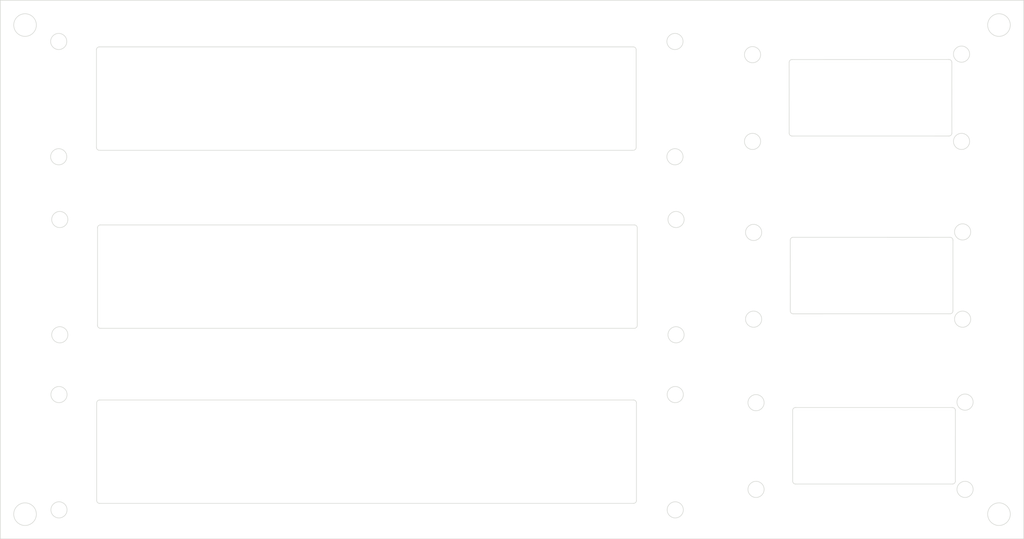
<source format=kicad_pcb>
(kicad_pcb (version 20221018) (generator pcbnew)

  (general
    (thickness 1.6)
  )

  (paper "A4")
  (layers
    (0 "F.Cu" signal)
    (31 "B.Cu" signal)
    (32 "B.Adhes" user "B.Adhesive")
    (33 "F.Adhes" user "F.Adhesive")
    (34 "B.Paste" user)
    (35 "F.Paste" user)
    (36 "B.SilkS" user "B.Silkscreen")
    (37 "F.SilkS" user "F.Silkscreen")
    (38 "B.Mask" user)
    (39 "F.Mask" user)
    (40 "Dwgs.User" user "User.Drawings")
    (41 "Cmts.User" user "User.Comments")
    (42 "Eco1.User" user "User.Eco1")
    (43 "Eco2.User" user "User.Eco2")
    (44 "Edge.Cuts" user)
    (45 "Margin" user)
    (46 "B.CrtYd" user "B.Courtyard")
    (47 "F.CrtYd" user "F.Courtyard")
    (48 "B.Fab" user)
    (49 "F.Fab" user)
    (50 "User.1" user)
    (51 "User.2" user)
    (52 "User.3" user)
    (53 "User.4" user)
    (54 "User.5" user)
    (55 "User.6" user)
    (56 "User.7" user)
    (57 "User.8" user)
    (58 "User.9" user)
  )

  (setup
    (pad_to_mask_clearance 0)
    (pcbplotparams
      (layerselection 0x00010fc_ffffffff)
      (plot_on_all_layers_selection 0x0000000_00000000)
      (disableapertmacros false)
      (usegerberextensions false)
      (usegerberattributes true)
      (usegerberadvancedattributes true)
      (creategerberjobfile true)
      (dashed_line_dash_ratio 12.000000)
      (dashed_line_gap_ratio 3.000000)
      (svgprecision 4)
      (plotframeref false)
      (viasonmask false)
      (mode 1)
      (useauxorigin false)
      (hpglpennumber 1)
      (hpglpenspeed 20)
      (hpglpendiameter 15.000000)
      (dxfpolygonmode true)
      (dxfimperialunits true)
      (dxfusepcbnewfont true)
      (psnegative false)
      (psa4output false)
      (plotreference true)
      (plotvalue true)
      (plotinvisibletext false)
      (sketchpadsonfab false)
      (subtractmaskfromsilk false)
      (outputformat 1)
      (mirror false)
      (drillshape 1)
      (scaleselection 1)
      (outputdirectory "")
    )
  )

  (net 0 "")

  (gr_rect (start 136.55 6.9) (end 181.55 29.3)
    (stroke (width 0.15) (type default)) (fill none) (layer "Dwgs.User") (tstamp 03ba104b-0ac4-464f-aedd-4b7904b335da))
  (gr_rect (start 8.25 37.9) (end 128.25 64.9)
    (stroke (width 0.15) (type default)) (fill none) (layer "Dwgs.User") (tstamp 1f5bfa7d-98ac-4cfe-bbaa-ef3a3318bea4))
  (gr_rect (start 136.75 39.9) (end 181.75 62.3)
    (stroke (width 0.15) (type default)) (fill none) (layer "Dwgs.User") (tstamp 3806f606-bc60-4f30-8ae3-dc8ce09898f6))
  (gr_rect (start 137.2 71.5) (end 182.2 93.9)
    (stroke (width 0.15) (type default)) (fill none) (layer "Dwgs.User") (tstamp 396ca470-5c7d-4059-9e86-293af4c070cc))
  (gr_rect (start 8.05 4.85) (end 128.05 31.85)
    (stroke (width 0.15) (type default)) (fill none) (layer "Dwgs.User") (tstamp 7e97dc87-904f-4e07-95b6-e2dbb1a1b3e0))
  (gr_rect (start 8.1 70.4) (end 128.1 97.4)
    (stroke (width 0.15) (type default)) (fill none) (layer "Dwgs.User") (tstamp e80dc043-48fc-40a2-8c7e-9f2c0be298a7))
  (gr_circle (center 125.25 7.65) (end 126.75 7.65)
    (stroke (width 0.1) (type default)) (fill none) (layer "Edge.Cuts") (tstamp 03f5570e-4202-4e0e-ae89-7e9a4db46f7c))
  (gr_arc (start 18.053638 42.237491) (mid 18.210003 41.860003) (end 18.587491 41.703638)
    (stroke (width 0.1) (type default)) (layer "Edge.Cuts") (tstamp 0c54d9a0-d290-4f2e-9602-5ea07298f379))
  (gr_line (start 117.712509 60.896362) (end 18.587491 60.896362)
    (stroke (width 0.1) (type default)) (layer "Edge.Cuts") (tstamp 0f7c5ef5-6fe7-4df0-8618-bec8118953b5))
  (gr_line (start 176.12 25.2) (end 146.983853 25.203853)
    (stroke (width 0.1) (type default)) (layer "Edge.Cuts") (tstamp 10a9d691-e565-43e6-8045-dfe6296f5ee7))
  (gr_line (start 177.303853 76.133853) (end 177.3 89.27)
    (stroke (width 0.1) (type default)) (layer "Edge.Cuts") (tstamp 132cb075-12ec-4647-a1b0-b4196f909819))
  (gr_circle (center 179.1 74.6) (end 180.6 74.6)
    (stroke (width 0.1) (type default)) (fill none) (layer "Edge.Cuts") (tstamp 135f56e0-724e-4e76-99c8-cbc83a33526f))
  (gr_circle (center 185.4 4.6) (end 185.4 6.7)
    (stroke (width 0.1) (type default)) (fill none) (layer "Edge.Cuts") (tstamp 150b1709-507a-4443-9bc4-29c8033e5118))
  (gr_arc (start 118.096362 92.862509) (mid 117.939997 93.239997) (end 117.562509 93.396362)
    (stroke (width 0.1) (type default)) (layer "Edge.Cuts") (tstamp 179de258-946f-47c8-b0cc-7c31812844fa))
  (gr_arc (start 177.3 89.27) (mid 177.143635 89.647488) (end 176.766147 89.803853)
    (stroke (width 0.1) (type default)) (layer "Edge.Cuts") (tstamp 1aae7648-3cbe-47a1-81fd-dcc6adad9f76))
  (gr_circle (center 140.3 74.7) (end 140.3 73.2)
    (stroke (width 0.1) (type default)) (fill none) (layer "Edge.Cuts") (tstamp 1fb7b895-24f3-42b8-8a1b-be34b7ddb5cf))
  (gr_arc (start 176.653853 24.666147) (mid 176.497488 25.043635) (end 176.12 25.2)
    (stroke (width 0.1) (type default)) (layer "Edge.Cuts") (tstamp 24249135-92ef-474e-ac04-b7d6bb20eee9))
  (gr_line (start 176.766147 89.803853) (end 147.637488 89.806365)
    (stroke (width 0.1) (type default)) (layer "Edge.Cuts") (tstamp 26af81e2-ef0e-47db-a50c-b63106d0d471))
  (gr_line (start 146.45 24.67) (end 146.446147 11.533853)
    (stroke (width 0.1) (type default)) (layer "Edge.Cuts") (tstamp 2828d0fc-6462-41e3-b1d2-a71b529b3d14))
  (gr_arc (start 147.637488 89.806365) (mid 147.26 89.65) (end 147.103635 89.272512)
    (stroke (width 0.1) (type default)) (layer "Edge.Cuts") (tstamp 2b529748-c049-4e9b-9978-e4bbb181bfa9))
  (gr_circle (center 139.85 43.1) (end 139.85 41.6)
    (stroke (width 0.1) (type default)) (fill none) (layer "Edge.Cuts") (tstamp 2cd08dda-8163-48ee-a42d-7dbae61f6bfa))
  (gr_circle (center 178.45 26.2) (end 178.45 27.7)
    (stroke (width 0.1) (type default)) (fill none) (layer "Edge.Cuts") (tstamp 41289f55-deed-436f-858d-452039039dce))
  (gr_circle (center 178.65 59.2) (end 178.65 60.7)
    (stroke (width 0.1) (type default)) (fill none) (layer "Edge.Cuts") (tstamp 41b4c309-3f10-4f05-9789-33ad12531321))
  (gr_circle (center 10.85 7.65) (end 12.35 7.65)
    (stroke (width 0.1) (type default)) (fill none) (layer "Edge.Cuts") (tstamp 4682a487-79ed-4e72-aafc-1b119a7ca3a7))
  (gr_line (start 176.316147 58.203853) (end 147.187488 58.206365)
    (stroke (width 0.1) (type default)) (layer "Edge.Cuts") (tstamp 4d4507a9-72e3-4610-9873-2f4b617139d1))
  (gr_circle (center 125.3 73.2) (end 126.8 73.2)
    (stroke (width 0.1) (type default)) (fill none) (layer "Edge.Cuts") (tstamp 5898683f-10c2-4eb9-822c-424ea0555273))
  (gr_line (start 17.853638 27.312509) (end 17.853638 9.187491)
    (stroke (width 0.1) (type default)) (layer "Edge.Cuts") (tstamp 59fb498e-3d13-43d3-b55e-d89621b38c1e))
  (gr_arc (start 147.187488 58.206365) (mid 146.81 58.05) (end 146.653635 57.672512)
    (stroke (width 0.1) (type default)) (layer "Edge.Cuts") (tstamp 5b89856a-de7d-4a63-b6be-15287ea467a5))
  (gr_line (start 118.246362 42.237491) (end 118.246362 60.362509)
    (stroke (width 0.1) (type default)) (layer "Edge.Cuts") (tstamp 5cbd8539-9bc8-4c4a-8199-47c38173cc7b))
  (gr_arc (start 117.712509 41.703638) (mid 118.089997 41.860003) (end 118.246362 42.237491)
    (stroke (width 0.1) (type default)) (layer "Edge.Cuts") (tstamp 5cf01a93-9c15-4db7-b034-616b7d362e7e))
  (gr_line (start 18.587491 41.703638) (end 117.712509 41.703638)
    (stroke (width 0.1) (type default)) (layer "Edge.Cuts") (tstamp 5cfaccf9-7590-4ab8-99e2-31fa975cb27d))
  (gr_line (start 18.053638 60.362509) (end 18.053638 42.237491)
    (stroke (width 0.1) (type default)) (layer "Edge.Cuts") (tstamp 612fd585-8d3f-4186-9115-f77a7f6dcbce))
  (gr_circle (center 125.25 29.05) (end 126.75 29.05)
    (stroke (width 0.1) (type default)) (fill none) (layer "Edge.Cuts") (tstamp 63dc2bfd-ef5d-4766-83a1-525fb2e9b47c))
  (gr_circle (center 11.05 40.7) (end 12.55 40.7)
    (stroke (width 0.1) (type default)) (fill none) (layer "Edge.Cuts") (tstamp 65441c49-96c9-4734-b38f-12ab68b7208c))
  (gr_circle (center 140.3 90.8) (end 138.8 90.8)
    (stroke (width 0.1) (type default)) (fill none) (layer "Edge.Cuts") (tstamp 697705c0-ddf0-4394-9550-e800052d11fe))
  (gr_line (start 117.562509 93.396362) (end 18.437491 93.396362)
    (stroke (width 0.1) (type default)) (layer "Edge.Cuts") (tstamp 6c12f663-4357-49c1-acb9-b74b8f018407))
  (gr_circle (center 4.6 4.6) (end 6.7 4.6)
    (stroke (width 0.1) (type default)) (fill none) (layer "Edge.Cuts") (tstamp 6e2d903b-f098-4628-a6ee-719f29879aee))
  (gr_circle (center 125.45 40.7) (end 126.95 40.7)
    (stroke (width 0.1) (type default)) (fill none) (layer "Edge.Cuts") (tstamp 6e6dd7c4-bed4-4eae-b5b5-bb8e3dafe261))
  (gr_circle (center 10.85 29.05) (end 12.35 29.05)
    (stroke (width 0.1) (type default)) (fill none) (layer "Edge.Cuts") (tstamp 6fed4067-4ca4-4b28-81df-e8aeab47b27f))
  (gr_line (start 18.437491 74.203638) (end 117.562509 74.203638)
    (stroke (width 0.1) (type default)) (layer "Edge.Cuts") (tstamp 7248b960-1eaa-4307-aad5-f68f93eff253))
  (gr_line (start 118.046362 9.187491) (end 118.046362 27.312509)
    (stroke (width 0.1) (type default)) (layer "Edge.Cuts") (tstamp 7ad06e93-9780-4817-8ffc-603ca0c1d77b))
  (gr_circle (center 178.65 43) (end 180.15 43)
    (stroke (width 0.1) (type default)) (fill none) (layer "Edge.Cuts") (tstamp 7c961c4d-d4e0-4a68-875a-647aab0fb68b))
  (gr_circle (center 10.9 73.2) (end 12.4 73.2)
    (stroke (width 0.1) (type default)) (fill none) (layer "Edge.Cuts") (tstamp 7cbe3e91-2483-447c-a41d-4c7531b15eb1))
  (gr_arc (start 117.512509 8.653638) (mid 117.889997 8.810003) (end 118.046362 9.187491)
    (stroke (width 0.1) (type default)) (layer "Edge.Cuts") (tstamp 8406c0a4-60c4-41f4-87b5-c223a74d6cc4))
  (gr_circle (center 10.9 94.6) (end 12.4 94.6)
    (stroke (width 0.1) (type default)) (fill none) (layer "Edge.Cuts") (tstamp 85a914ea-5fc5-4b89-883d-df6a1502c1ee))
  (gr_line (start 147.183853 43.996147) (end 176.32 44)
    (stroke (width 0.1) (type default)) (layer "Edge.Cuts") (tstamp 87b6cbb5-98ef-4d6b-93b9-a20ccd5dda86))
  (gr_arc (start 176.116147 10.996147) (mid 176.493635 11.152512) (end 176.65 11.53)
    (stroke (width 0.1) (type default)) (layer "Edge.Cuts") (tstamp 8bfe751a-7924-43bc-85bf-91105b457887))
  (gr_arc (start 176.77 75.6) (mid 177.147488 75.756365) (end 177.303853 76.133853)
    (stroke (width 0.1) (type default)) (layer "Edge.Cuts") (tstamp 911ffcc7-5469-49b8-8c84-1bdef5bf4db2))
  (gr_arc (start 17.903638 74.737491) (mid 18.060003 74.360003) (end 18.437491 74.203638)
    (stroke (width 0.1) (type default)) (layer "Edge.Cuts") (tstamp 91f41d73-3c00-4761-8278-d0e43e3b7d43))
  (gr_line (start 147.103635 89.272512) (end 147.1 76.13)
    (stroke (width 0.1) (type default)) (layer "Edge.Cuts") (tstamp 98d15dad-5cd3-48dd-9651-59327d5a600d))
  (gr_circle (center 125.3 94.6) (end 126.8 94.6)
    (stroke (width 0.1) (type default)) (fill none) (layer "Edge.Cuts") (tstamp 9d7cd71c-0fb3-4e1d-ba2d-0b0eb84864f6))
  (gr_line (start 146.653635 57.672512) (end 146.65 44.53)
    (stroke (width 0.1) (type default)) (layer "Edge.Cuts") (tstamp a1100589-87dd-4d2b-99dd-1867dfad2d4c))
  (gr_arc (start 17.853638 9.187491) (mid 18.010003 8.810003) (end 18.387491 8.653638)
    (stroke (width 0.1) (type default)) (layer "Edge.Cuts") (tstamp a23de4c5-85a4-4161-a749-3a81bf1e7ea6))
  (gr_circle (center 11.05 62.1) (end 12.55 62.1)
    (stroke (width 0.1) (type default)) (fill none) (layer "Edge.Cuts") (tstamp a3f09a52-a503-40b6-a5ea-9d330abac11b))
  (gr_circle (center 4.6 95.4) (end 4.6 93.3)
    (stroke (width 0.1) (type default)) (fill none) (layer "Edge.Cuts") (tstamp a8d26fbd-7c7c-4de4-9eda-c8a88199afbc))
  (gr_line (start 146.98 11) (end 176.116147 10.996147)
    (stroke (width 0.1) (type default)) (layer "Edge.Cuts") (tstamp ada0296a-51da-4d15-b275-7268645487b6))
  (gr_line (start 147.633853 75.596147) (end 176.77 75.6)
    (stroke (width 0.1) (type default)) (layer "Edge.Cuts") (tstamp ae646fc6-3ae9-4274-8ba4-2fe32b0949bf))
  (gr_arc (start 117.562509 74.203638) (mid 117.939997 74.360003) (end 118.096362 74.737491)
    (stroke (width 0.1) (type default)) (layer "Edge.Cuts") (tstamp af8128cc-b3ed-4e80-b31d-d4b690567ba1))
  (gr_arc (start 118.046362 27.312509) (mid 117.889997 27.689997) (end 117.512509 27.846362)
    (stroke (width 0.1) (type default)) (layer "Edge.Cuts") (tstamp b81b9e20-691d-442e-b929-aa0f4f9aa874))
  (gr_arc (start 18.437491 93.396362) (mid 18.060003 93.239997) (end 17.903638 92.862509)
    (stroke (width 0.1) (type default)) (layer "Edge.Cuts") (tstamp bd1cda01-ecd5-4ede-a275-e730432a9b6e))
  (gr_arc (start 146.65 44.53) (mid 146.806365 44.152512) (end 147.183853 43.996147)
    (stroke (width 0.1) (type default)) (layer "Edge.Cuts") (tstamp bd5ebf0e-01d8-4ae3-a359-cf7a560790c6))
  (gr_circle (center 125.45 62.1) (end 126.95 62.1)
    (stroke (width 0.1) (type default)) (fill none) (layer "Edge.Cuts") (tstamp bfbce3ed-532a-4fcf-8efd-d8b038976cfd))
  (gr_rect (start 0 0) (end 190 100)
    (stroke (width 0.1) (type default)) (fill none) (layer "Edge.Cuts") (tstamp bffa9213-283d-4dd0-aeaa-90b971f0e00e))
  (gr_arc (start 147.1 76.13) (mid 147.256365 75.752512) (end 147.633853 75.596147)
    (stroke (width 0.1) (type default)) (layer "Edge.Cuts") (tstamp c32c9fdf-c77e-4d59-b1f1-3d22335066a0))
  (gr_line (start 18.387491 8.653638) (end 117.512509 8.653638)
    (stroke (width 0.1) (type default)) (layer "Edge.Cuts") (tstamp cc3829f2-b4b6-48da-9d04-4d6995da305c))
  (gr_line (start 176.853853 44.533853) (end 176.85 57.67)
    (stroke (width 0.1) (type default)) (layer "Edge.Cuts") (tstamp cc8ba586-cac5-4832-afe8-b94d3a849f4c))
  (gr_line (start 117.512509 27.846362) (end 18.387491 27.846362)
    (stroke (width 0.1) (type default)) (layer "Edge.Cuts") (tstamp cf7e9277-b0a1-492e-a412-fab8db221fd2))
  (gr_arc (start 118.246362 60.362509) (mid 118.089997 60.739997) (end 117.712509 60.896362)
    (stroke (width 0.1) (type default)) (layer "Edge.Cuts") (tstamp d70f0472-1be3-4ef1-8542-e176c8f6b07a))
  (gr_line (start 17.903638 92.862509) (end 17.903638 74.737491)
    (stroke (width 0.1) (type default)) (layer "Edge.Cuts") (tstamp d94c2748-5cb9-41e8-bc1e-5a179aa7a81d))
  (gr_arc (start 176.85 57.67) (mid 176.693635 58.047488) (end 176.316147 58.203853)
    (stroke (width 0.1) (type default)) (layer "Edge.Cuts") (tstamp de813498-97bd-4f94-9cd4-4aed2037e708))
  (gr_arc (start 146.983853 25.203853) (mid 146.606365 25.047488) (end 146.45 24.67)
    (stroke (width 0.1) (type default)) (layer "Edge.Cuts") (tstamp de86e950-097e-46da-96b8-1608476fbac0))
  (gr_arc (start 18.387491 27.846362) (mid 18.010003 27.689997) (end 17.853638 27.312509)
    (stroke (width 0.1) (type default)) (layer "Edge.Cuts") (tstamp e28d2106-11d3-42b8-9bc2-e58207581690))
  (gr_circle (center 139.65 26.2) (end 138.15 26.2)
    (stroke (width 0.1) (type default)) (fill none) (layer "Edge.Cuts") (tstamp e2d949d7-b0b8-4a8c-ad9d-82ae9d0c8993))
  (gr_circle (center 185.4 95.4) (end 183.3 95.4)
    (stroke (width 0.1) (type default)) (fill none) (layer "Edge.Cuts") (tstamp e35a23eb-51cc-4c56-93e8-ab1f1fdaa0be))
  (gr_circle (center 178.45 10) (end 179.95 10)
    (stroke (width 0.1) (type default)) (fill none) (layer "Edge.Cuts") (tstamp e625303e-200c-4f9d-a91e-963839cfa34f))
  (gr_line (start 176.65 11.53) (end 176.653853 24.666147)
    (stroke (width 0.1) (type default)) (layer "Edge.Cuts") (tstamp e81869eb-e537-4c01-945e-e74c7fa5a551))
  (gr_circle (center 179.1 90.8) (end 179.1 92.3)
    (stroke (width 0.1) (type default)) (fill none) (layer "Edge.Cuts") (tstamp e8e620f7-3fce-4df1-b972-77ba4bdaca18))
  (gr_circle (center 139.85 59.2) (end 138.35 59.2)
    (stroke (width 0.1) (type default)) (fill none) (layer "Edge.Cuts") (tstamp ea9e677a-9cc2-4852-b6d1-a4aaa5cc10eb))
  (gr_circle (center 139.65 10.1) (end 139.65 8.6)
    (stroke (width 0.1) (type default)) (fill none) (layer "Edge.Cuts") (tstamp ec18f3fc-8a5a-4540-80c8-63c0f91f08b3))
  (gr_line (start 118.096362 74.737491) (end 118.096362 92.862509)
    (stroke (width 0.1) (type default)) (layer "Edge.Cuts") (tstamp ee3b834b-c5fe-48f2-b36b-019483db8946))
  (gr_arc (start 176.32 44) (mid 176.697488 44.156365) (end 176.853853 44.533853)
    (stroke (width 0.1) (type default)) (layer "Edge.Cuts") (tstamp ef14631d-f499-4067-889f-ae4168d678e2))
  (gr_arc (start 18.587491 60.896362) (mid 18.210003 60.739997) (end 18.053638 60.362509)
    (stroke (width 0.1) (type default)) (layer "Edge.Cuts") (tstamp f6caff25-d603-41b0-93a2-fd83a290c63d))
  (gr_arc (start 146.446147 11.533853) (mid 146.602512 11.156365) (end 146.98 11)
    (stroke (width 0.1) (type default)) (layer "Edge.Cuts") (tstamp fae1df73-7afc-4cc9-9f48-26909998c4ad))

)

</source>
